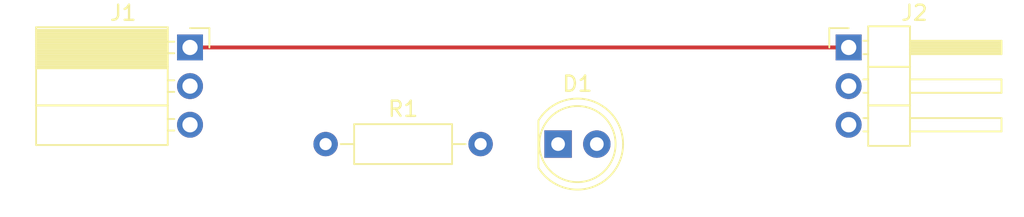
<source format=kicad_pcb>
(kicad_pcb (version 4) (host pcbnew 4.0.6)

  (general
    (links 6)
    (no_connects 5)
    (area 124.573619 102.111 191.980429 116.849)
    (thickness 1.5875)
    (drawings 0)
    (tracks 1)
    (zones 0)
    (modules 4)
    (nets 5)
  )

  (page USLetter)
  (layers
    (0 F.Cu signal)
    (31 B.Cu signal)
    (32 B.Adhes user)
    (33 F.Adhes user)
    (34 B.Paste user)
    (35 F.Paste user)
    (36 B.SilkS user)
    (37 F.SilkS user)
    (38 B.Mask user)
    (39 F.Mask user)
    (40 Dwgs.User user)
    (41 Cmts.User user)
    (42 Eco1.User user)
    (43 Eco2.User user)
    (44 Edge.Cuts user)
    (45 Margin user)
    (46 B.CrtYd user)
    (47 F.CrtYd user)
    (48 B.Fab user)
    (49 F.Fab user)
  )

  (setup
    (last_trace_width 0.254)
    (trace_clearance 0.254)
    (zone_clearance 0.508)
    (zone_45_only no)
    (trace_min 0.254)
    (segment_width 0.2)
    (edge_width 0.15)
    (via_size 0.635)
    (via_drill 0.381)
    (via_min_size 0.635)
    (via_min_drill 0.381)
    (uvia_size 0.635)
    (uvia_drill 0.381)
    (uvias_allowed no)
    (uvia_min_size 0.635)
    (uvia_min_drill 0.381)
    (pcb_text_width 0.3)
    (pcb_text_size 1.5 1.5)
    (mod_edge_width 0.15)
    (mod_text_size 1 1)
    (mod_text_width 0.15)
    (pad_size 1.524 1.524)
    (pad_drill 0.762)
    (pad_to_mask_clearance 0.2)
    (aux_axis_origin 0 0)
    (visible_elements FFFFFF7F)
    (pcbplotparams
      (layerselection 0x00030_80000001)
      (usegerberextensions false)
      (excludeedgelayer true)
      (linewidth 0.100000)
      (plotframeref false)
      (viasonmask false)
      (mode 1)
      (useauxorigin false)
      (hpglpennumber 1)
      (hpglpenspeed 20)
      (hpglpendiameter 15)
      (hpglpenoverlay 2)
      (psnegative false)
      (psa4output false)
      (plotreference true)
      (plotvalue true)
      (plotinvisibletext false)
      (padsonsilk false)
      (subtractmaskfromsilk false)
      (outputformat 1)
      (mirror false)
      (drillshape 1)
      (scaleselection 1)
      (outputdirectory ""))
  )

  (net 0 "")
  (net 1 "Net-(D1-Pad1)")
  (net 2 "Net-(D1-Pad2)")
  (net 3 GND)
  (net 4 +5V)

  (net_class Default "This is the default net class."
    (clearance 0.254)
    (trace_width 0.254)
    (via_dia 0.635)
    (via_drill 0.381)
    (uvia_dia 0.635)
    (uvia_drill 0.381)
    (add_net +5V)
    (add_net GND)
    (add_net "Net-(D1-Pad1)")
    (add_net "Net-(D1-Pad2)")
  )

  (module LEDs:LED_D5.0mm (layer F.Cu) (tedit 587A3A7B) (tstamp 5BD53F6A)
    (at 161.29 111.76)
    (descr "LED, diameter 5.0mm, 2 pins, http://cdn-reichelt.de/documents/datenblatt/A500/LL-504BC2E-009.pdf")
    (tags "LED diameter 5.0mm 2 pins")
    (path /5BD536AB)
    (fp_text reference D1 (at 1.27 -3.96) (layer F.SilkS)
      (effects (font (size 1 1) (thickness 0.15)))
    )
    (fp_text value LTL2R3KEK (at 1.27 3.96) (layer F.Fab)
      (effects (font (size 1 1) (thickness 0.15)))
    )
    (fp_arc (start 1.27 0) (end -1.23 -1.469694) (angle 299.1) (layer F.Fab) (width 0.1))
    (fp_arc (start 1.27 0) (end -1.29 -1.54483) (angle 148.9) (layer F.SilkS) (width 0.12))
    (fp_arc (start 1.27 0) (end -1.29 1.54483) (angle -148.9) (layer F.SilkS) (width 0.12))
    (fp_circle (center 1.27 0) (end 3.77 0) (layer F.Fab) (width 0.1))
    (fp_circle (center 1.27 0) (end 3.77 0) (layer F.SilkS) (width 0.12))
    (fp_line (start -1.23 -1.469694) (end -1.23 1.469694) (layer F.Fab) (width 0.1))
    (fp_line (start -1.29 -1.545) (end -1.29 1.545) (layer F.SilkS) (width 0.12))
    (fp_line (start -1.95 -3.25) (end -1.95 3.25) (layer F.CrtYd) (width 0.05))
    (fp_line (start -1.95 3.25) (end 4.5 3.25) (layer F.CrtYd) (width 0.05))
    (fp_line (start 4.5 3.25) (end 4.5 -3.25) (layer F.CrtYd) (width 0.05))
    (fp_line (start 4.5 -3.25) (end -1.95 -3.25) (layer F.CrtYd) (width 0.05))
    (pad 1 thru_hole rect (at 0 0) (size 1.8 1.8) (drill 0.9) (layers *.Cu *.Mask)
      (net 1 "Net-(D1-Pad1)"))
    (pad 2 thru_hole circle (at 2.54 0) (size 1.8 1.8) (drill 0.9) (layers *.Cu *.Mask)
      (net 2 "Net-(D1-Pad2)"))
    (model LEDs.3dshapes/LED_D5.0mm.wrl
      (at (xyz 0 0 0))
      (scale (xyz 0.393701 0.393701 0.393701))
      (rotate (xyz 0 0 0))
    )
  )

  (module Socket_Strips:Socket_Strip_Angled_1x03_Pitch2.54mm (layer F.Cu) (tedit 588DE956) (tstamp 5BD53F71)
    (at 137.16 105.41)
    (descr "Through hole angled socket strip, 1x03, 2.54mm pitch, 8.51mm socket length, single row")
    (tags "Through hole angled socket strip THT 1x03 2.54mm single row")
    (path /5BD283AF)
    (fp_text reference J1 (at -4.38 -2.27) (layer F.SilkS)
      (effects (font (size 1 1) (thickness 0.15)))
    )
    (fp_text value CONN_01X03_FEMALE (at -4.38 7.35) (layer F.Fab)
      (effects (font (size 1 1) (thickness 0.15)))
    )
    (fp_line (start -1.52 -1.27) (end -1.52 1.27) (layer F.Fab) (width 0.1))
    (fp_line (start -1.52 1.27) (end -10.03 1.27) (layer F.Fab) (width 0.1))
    (fp_line (start -10.03 1.27) (end -10.03 -1.27) (layer F.Fab) (width 0.1))
    (fp_line (start -10.03 -1.27) (end -1.52 -1.27) (layer F.Fab) (width 0.1))
    (fp_line (start 0 -0.32) (end 0 0.32) (layer F.Fab) (width 0.1))
    (fp_line (start 0 0.32) (end -1.52 0.32) (layer F.Fab) (width 0.1))
    (fp_line (start -1.52 0.32) (end -1.52 -0.32) (layer F.Fab) (width 0.1))
    (fp_line (start -1.52 -0.32) (end 0 -0.32) (layer F.Fab) (width 0.1))
    (fp_line (start -1.52 1.27) (end -1.52 3.81) (layer F.Fab) (width 0.1))
    (fp_line (start -1.52 3.81) (end -10.03 3.81) (layer F.Fab) (width 0.1))
    (fp_line (start -10.03 3.81) (end -10.03 1.27) (layer F.Fab) (width 0.1))
    (fp_line (start -10.03 1.27) (end -1.52 1.27) (layer F.Fab) (width 0.1))
    (fp_line (start 0 2.22) (end 0 2.86) (layer F.Fab) (width 0.1))
    (fp_line (start 0 2.86) (end -1.52 2.86) (layer F.Fab) (width 0.1))
    (fp_line (start -1.52 2.86) (end -1.52 2.22) (layer F.Fab) (width 0.1))
    (fp_line (start -1.52 2.22) (end 0 2.22) (layer F.Fab) (width 0.1))
    (fp_line (start -1.52 3.81) (end -1.52 6.35) (layer F.Fab) (width 0.1))
    (fp_line (start -1.52 6.35) (end -10.03 6.35) (layer F.Fab) (width 0.1))
    (fp_line (start -10.03 6.35) (end -10.03 3.81) (layer F.Fab) (width 0.1))
    (fp_line (start -10.03 3.81) (end -1.52 3.81) (layer F.Fab) (width 0.1))
    (fp_line (start 0 4.76) (end 0 5.4) (layer F.Fab) (width 0.1))
    (fp_line (start 0 5.4) (end -1.52 5.4) (layer F.Fab) (width 0.1))
    (fp_line (start -1.52 5.4) (end -1.52 4.76) (layer F.Fab) (width 0.1))
    (fp_line (start -1.52 4.76) (end 0 4.76) (layer F.Fab) (width 0.1))
    (fp_line (start -1.46 -1.33) (end -1.46 1.27) (layer F.SilkS) (width 0.12))
    (fp_line (start -1.46 1.27) (end -10.09 1.27) (layer F.SilkS) (width 0.12))
    (fp_line (start -10.09 1.27) (end -10.09 -1.33) (layer F.SilkS) (width 0.12))
    (fp_line (start -10.09 -1.33) (end -1.46 -1.33) (layer F.SilkS) (width 0.12))
    (fp_line (start -1.03 -0.38) (end -1.46 -0.38) (layer F.SilkS) (width 0.12))
    (fp_line (start -1.03 0.38) (end -1.46 0.38) (layer F.SilkS) (width 0.12))
    (fp_line (start -1.46 -1.15) (end -10.09 -1.15) (layer F.SilkS) (width 0.12))
    (fp_line (start -1.46 -1.03) (end -10.09 -1.03) (layer F.SilkS) (width 0.12))
    (fp_line (start -1.46 -0.91) (end -10.09 -0.91) (layer F.SilkS) (width 0.12))
    (fp_line (start -1.46 -0.79) (end -10.09 -0.79) (layer F.SilkS) (width 0.12))
    (fp_line (start -1.46 -0.67) (end -10.09 -0.67) (layer F.SilkS) (width 0.12))
    (fp_line (start -1.46 -0.55) (end -10.09 -0.55) (layer F.SilkS) (width 0.12))
    (fp_line (start -1.46 -0.43) (end -10.09 -0.43) (layer F.SilkS) (width 0.12))
    (fp_line (start -1.46 -0.31) (end -10.09 -0.31) (layer F.SilkS) (width 0.12))
    (fp_line (start -1.46 -0.19) (end -10.09 -0.19) (layer F.SilkS) (width 0.12))
    (fp_line (start -1.46 -0.07) (end -10.09 -0.07) (layer F.SilkS) (width 0.12))
    (fp_line (start -1.46 0.05) (end -10.09 0.05) (layer F.SilkS) (width 0.12))
    (fp_line (start -1.46 0.17) (end -10.09 0.17) (layer F.SilkS) (width 0.12))
    (fp_line (start -1.46 0.29) (end -10.09 0.29) (layer F.SilkS) (width 0.12))
    (fp_line (start -1.46 0.41) (end -10.09 0.41) (layer F.SilkS) (width 0.12))
    (fp_line (start -1.46 0.53) (end -10.09 0.53) (layer F.SilkS) (width 0.12))
    (fp_line (start -1.46 0.65) (end -10.09 0.65) (layer F.SilkS) (width 0.12))
    (fp_line (start -1.46 0.77) (end -10.09 0.77) (layer F.SilkS) (width 0.12))
    (fp_line (start -1.46 0.89) (end -10.09 0.89) (layer F.SilkS) (width 0.12))
    (fp_line (start -1.46 1.01) (end -10.09 1.01) (layer F.SilkS) (width 0.12))
    (fp_line (start -1.46 1.13) (end -10.09 1.13) (layer F.SilkS) (width 0.12))
    (fp_line (start -1.46 1.25) (end -10.09 1.25) (layer F.SilkS) (width 0.12))
    (fp_line (start -1.46 1.37) (end -10.09 1.37) (layer F.SilkS) (width 0.12))
    (fp_line (start -1.46 1.27) (end -1.46 3.81) (layer F.SilkS) (width 0.12))
    (fp_line (start -1.46 3.81) (end -10.09 3.81) (layer F.SilkS) (width 0.12))
    (fp_line (start -10.09 3.81) (end -10.09 1.27) (layer F.SilkS) (width 0.12))
    (fp_line (start -10.09 1.27) (end -1.46 1.27) (layer F.SilkS) (width 0.12))
    (fp_line (start -1.03 2.16) (end -1.46 2.16) (layer F.SilkS) (width 0.12))
    (fp_line (start -1.03 2.92) (end -1.46 2.92) (layer F.SilkS) (width 0.12))
    (fp_line (start -1.46 3.81) (end -1.46 6.41) (layer F.SilkS) (width 0.12))
    (fp_line (start -1.46 6.41) (end -10.09 6.41) (layer F.SilkS) (width 0.12))
    (fp_line (start -10.09 6.41) (end -10.09 3.81) (layer F.SilkS) (width 0.12))
    (fp_line (start -10.09 3.81) (end -1.46 3.81) (layer F.SilkS) (width 0.12))
    (fp_line (start -1.03 4.7) (end -1.46 4.7) (layer F.SilkS) (width 0.12))
    (fp_line (start -1.03 5.46) (end -1.46 5.46) (layer F.SilkS) (width 0.12))
    (fp_line (start 0 -1.27) (end 1.27 -1.27) (layer F.SilkS) (width 0.12))
    (fp_line (start 1.27 -1.27) (end 1.27 0) (layer F.SilkS) (width 0.12))
    (fp_line (start 1.55 -1.55) (end 1.55 6.6) (layer F.CrtYd) (width 0.05))
    (fp_line (start 1.55 6.6) (end -10.3 6.6) (layer F.CrtYd) (width 0.05))
    (fp_line (start -10.3 6.6) (end -10.3 -1.55) (layer F.CrtYd) (width 0.05))
    (fp_line (start -10.3 -1.55) (end 1.55 -1.55) (layer F.CrtYd) (width 0.05))
    (pad 1 thru_hole rect (at 0 0) (size 1.7 1.7) (drill 1) (layers *.Cu *.Mask)
      (net 3 GND))
    (pad 2 thru_hole oval (at 0 2.54) (size 1.7 1.7) (drill 1) (layers *.Cu *.Mask)
      (net 2 "Net-(D1-Pad2)"))
    (pad 3 thru_hole oval (at 0 5.08) (size 1.7 1.7) (drill 1) (layers *.Cu *.Mask)
      (net 4 +5V))
    (model Socket_Strips.3dshapes/Socket_Strip_Angled_1x03_Pitch2.54mm.wrl
      (at (xyz 0 -0.1 0))
      (scale (xyz 1 1 1))
      (rotate (xyz 0 0 270))
    )
  )

  (module Pin_Headers:Pin_Header_Angled_1x03_Pitch2.54mm (layer F.Cu) (tedit 5862ED52) (tstamp 5BD53F78)
    (at 180.34 105.41)
    (descr "Through hole angled pin header, 1x03, 2.54mm pitch, 6mm pin length, single row")
    (tags "Through hole angled pin header THT 1x03 2.54mm single row")
    (path /5BD28790)
    (fp_text reference J2 (at 4.315 -2.27) (layer F.SilkS)
      (effects (font (size 1 1) (thickness 0.15)))
    )
    (fp_text value CONN_01X03_MALE (at 4.315 7.35) (layer F.Fab)
      (effects (font (size 1 1) (thickness 0.15)))
    )
    (fp_line (start 1.4 -1.27) (end 1.4 1.27) (layer F.Fab) (width 0.1))
    (fp_line (start 1.4 1.27) (end 3.9 1.27) (layer F.Fab) (width 0.1))
    (fp_line (start 3.9 1.27) (end 3.9 -1.27) (layer F.Fab) (width 0.1))
    (fp_line (start 3.9 -1.27) (end 1.4 -1.27) (layer F.Fab) (width 0.1))
    (fp_line (start 0 -0.32) (end 0 0.32) (layer F.Fab) (width 0.1))
    (fp_line (start 0 0.32) (end 9.9 0.32) (layer F.Fab) (width 0.1))
    (fp_line (start 9.9 0.32) (end 9.9 -0.32) (layer F.Fab) (width 0.1))
    (fp_line (start 9.9 -0.32) (end 0 -0.32) (layer F.Fab) (width 0.1))
    (fp_line (start 1.4 1.27) (end 1.4 3.81) (layer F.Fab) (width 0.1))
    (fp_line (start 1.4 3.81) (end 3.9 3.81) (layer F.Fab) (width 0.1))
    (fp_line (start 3.9 3.81) (end 3.9 1.27) (layer F.Fab) (width 0.1))
    (fp_line (start 3.9 1.27) (end 1.4 1.27) (layer F.Fab) (width 0.1))
    (fp_line (start 0 2.22) (end 0 2.86) (layer F.Fab) (width 0.1))
    (fp_line (start 0 2.86) (end 9.9 2.86) (layer F.Fab) (width 0.1))
    (fp_line (start 9.9 2.86) (end 9.9 2.22) (layer F.Fab) (width 0.1))
    (fp_line (start 9.9 2.22) (end 0 2.22) (layer F.Fab) (width 0.1))
    (fp_line (start 1.4 3.81) (end 1.4 6.35) (layer F.Fab) (width 0.1))
    (fp_line (start 1.4 6.35) (end 3.9 6.35) (layer F.Fab) (width 0.1))
    (fp_line (start 3.9 6.35) (end 3.9 3.81) (layer F.Fab) (width 0.1))
    (fp_line (start 3.9 3.81) (end 1.4 3.81) (layer F.Fab) (width 0.1))
    (fp_line (start 0 4.76) (end 0 5.4) (layer F.Fab) (width 0.1))
    (fp_line (start 0 5.4) (end 9.9 5.4) (layer F.Fab) (width 0.1))
    (fp_line (start 9.9 5.4) (end 9.9 4.76) (layer F.Fab) (width 0.1))
    (fp_line (start 9.9 4.76) (end 0 4.76) (layer F.Fab) (width 0.1))
    (fp_line (start 1.28 -1.39) (end 1.28 1.27) (layer F.SilkS) (width 0.12))
    (fp_line (start 1.28 1.27) (end 4.02 1.27) (layer F.SilkS) (width 0.12))
    (fp_line (start 4.02 1.27) (end 4.02 -1.39) (layer F.SilkS) (width 0.12))
    (fp_line (start 4.02 -1.39) (end 1.28 -1.39) (layer F.SilkS) (width 0.12))
    (fp_line (start 4.02 -0.44) (end 4.02 0.44) (layer F.SilkS) (width 0.12))
    (fp_line (start 4.02 0.44) (end 10.02 0.44) (layer F.SilkS) (width 0.12))
    (fp_line (start 10.02 0.44) (end 10.02 -0.44) (layer F.SilkS) (width 0.12))
    (fp_line (start 10.02 -0.44) (end 4.02 -0.44) (layer F.SilkS) (width 0.12))
    (fp_line (start 0.97 -0.44) (end 1.28 -0.44) (layer F.SilkS) (width 0.12))
    (fp_line (start 0.97 0.44) (end 1.28 0.44) (layer F.SilkS) (width 0.12))
    (fp_line (start 4.02 -0.32) (end 10.02 -0.32) (layer F.SilkS) (width 0.12))
    (fp_line (start 4.02 -0.2) (end 10.02 -0.2) (layer F.SilkS) (width 0.12))
    (fp_line (start 4.02 -0.08) (end 10.02 -0.08) (layer F.SilkS) (width 0.12))
    (fp_line (start 4.02 0.04) (end 10.02 0.04) (layer F.SilkS) (width 0.12))
    (fp_line (start 4.02 0.16) (end 10.02 0.16) (layer F.SilkS) (width 0.12))
    (fp_line (start 4.02 0.28) (end 10.02 0.28) (layer F.SilkS) (width 0.12))
    (fp_line (start 4.02 0.4) (end 10.02 0.4) (layer F.SilkS) (width 0.12))
    (fp_line (start 1.28 1.27) (end 1.28 3.81) (layer F.SilkS) (width 0.12))
    (fp_line (start 1.28 3.81) (end 4.02 3.81) (layer F.SilkS) (width 0.12))
    (fp_line (start 4.02 3.81) (end 4.02 1.27) (layer F.SilkS) (width 0.12))
    (fp_line (start 4.02 1.27) (end 1.28 1.27) (layer F.SilkS) (width 0.12))
    (fp_line (start 4.02 2.1) (end 4.02 2.98) (layer F.SilkS) (width 0.12))
    (fp_line (start 4.02 2.98) (end 10.02 2.98) (layer F.SilkS) (width 0.12))
    (fp_line (start 10.02 2.98) (end 10.02 2.1) (layer F.SilkS) (width 0.12))
    (fp_line (start 10.02 2.1) (end 4.02 2.1) (layer F.SilkS) (width 0.12))
    (fp_line (start 0.97 2.1) (end 1.28 2.1) (layer F.SilkS) (width 0.12))
    (fp_line (start 0.97 2.98) (end 1.28 2.98) (layer F.SilkS) (width 0.12))
    (fp_line (start 1.28 3.81) (end 1.28 6.47) (layer F.SilkS) (width 0.12))
    (fp_line (start 1.28 6.47) (end 4.02 6.47) (layer F.SilkS) (width 0.12))
    (fp_line (start 4.02 6.47) (end 4.02 3.81) (layer F.SilkS) (width 0.12))
    (fp_line (start 4.02 3.81) (end 1.28 3.81) (layer F.SilkS) (width 0.12))
    (fp_line (start 4.02 4.64) (end 4.02 5.52) (layer F.SilkS) (width 0.12))
    (fp_line (start 4.02 5.52) (end 10.02 5.52) (layer F.SilkS) (width 0.12))
    (fp_line (start 10.02 5.52) (end 10.02 4.64) (layer F.SilkS) (width 0.12))
    (fp_line (start 10.02 4.64) (end 4.02 4.64) (layer F.SilkS) (width 0.12))
    (fp_line (start 0.97 4.64) (end 1.28 4.64) (layer F.SilkS) (width 0.12))
    (fp_line (start 0.97 5.52) (end 1.28 5.52) (layer F.SilkS) (width 0.12))
    (fp_line (start -1.27 0) (end -1.27 -1.27) (layer F.SilkS) (width 0.12))
    (fp_line (start -1.27 -1.27) (end 0 -1.27) (layer F.SilkS) (width 0.12))
    (fp_line (start -1.6 -1.6) (end -1.6 6.6) (layer F.CrtYd) (width 0.05))
    (fp_line (start -1.6 6.6) (end 10.2 6.6) (layer F.CrtYd) (width 0.05))
    (fp_line (start 10.2 6.6) (end 10.2 -1.6) (layer F.CrtYd) (width 0.05))
    (fp_line (start 10.2 -1.6) (end -1.6 -1.6) (layer F.CrtYd) (width 0.05))
    (pad 1 thru_hole rect (at 0 0) (size 1.7 1.7) (drill 1) (layers *.Cu *.Mask)
      (net 3 GND))
    (pad 2 thru_hole oval (at 0 2.54) (size 1.7 1.7) (drill 1) (layers *.Cu *.Mask)
      (net 2 "Net-(D1-Pad2)"))
    (pad 3 thru_hole oval (at 0 5.08) (size 1.7 1.7) (drill 1) (layers *.Cu *.Mask)
      (net 4 +5V))
    (model Pin_Headers.3dshapes/Pin_Header_Angled_1x03_Pitch2.54mm.wrl
      (at (xyz 0 -0.1 0))
      (scale (xyz 1 1 1))
      (rotate (xyz 0 0 90))
    )
  )

  (module Resistors_THT:R_Axial_DIN0207_L6.3mm_D2.5mm_P10.16mm_Horizontal (layer F.Cu) (tedit 5874F706) (tstamp 5BD53F7E)
    (at 146.05 111.76)
    (descr "Resistor, Axial_DIN0207 series, Axial, Horizontal, pin pitch=10.16mm, 0.25W = 1/4W, length*diameter=6.3*2.5mm^2, http://cdn-reichelt.de/documents/datenblatt/B400/1_4W%23YAG.pdf")
    (tags "Resistor Axial_DIN0207 series Axial Horizontal pin pitch 10.16mm 0.25W = 1/4W length 6.3mm diameter 2.5mm")
    (path /5BD5389A)
    (fp_text reference R1 (at 5.08 -2.31) (layer F.SilkS)
      (effects (font (size 1 1) (thickness 0.15)))
    )
    (fp_text value 2.2K (at 5.08 2.31) (layer F.Fab)
      (effects (font (size 1 1) (thickness 0.15)))
    )
    (fp_line (start 1.93 -1.25) (end 1.93 1.25) (layer F.Fab) (width 0.1))
    (fp_line (start 1.93 1.25) (end 8.23 1.25) (layer F.Fab) (width 0.1))
    (fp_line (start 8.23 1.25) (end 8.23 -1.25) (layer F.Fab) (width 0.1))
    (fp_line (start 8.23 -1.25) (end 1.93 -1.25) (layer F.Fab) (width 0.1))
    (fp_line (start 0 0) (end 1.93 0) (layer F.Fab) (width 0.1))
    (fp_line (start 10.16 0) (end 8.23 0) (layer F.Fab) (width 0.1))
    (fp_line (start 1.87 -1.31) (end 1.87 1.31) (layer F.SilkS) (width 0.12))
    (fp_line (start 1.87 1.31) (end 8.29 1.31) (layer F.SilkS) (width 0.12))
    (fp_line (start 8.29 1.31) (end 8.29 -1.31) (layer F.SilkS) (width 0.12))
    (fp_line (start 8.29 -1.31) (end 1.87 -1.31) (layer F.SilkS) (width 0.12))
    (fp_line (start 0.98 0) (end 1.87 0) (layer F.SilkS) (width 0.12))
    (fp_line (start 9.18 0) (end 8.29 0) (layer F.SilkS) (width 0.12))
    (fp_line (start -1.05 -1.6) (end -1.05 1.6) (layer F.CrtYd) (width 0.05))
    (fp_line (start -1.05 1.6) (end 11.25 1.6) (layer F.CrtYd) (width 0.05))
    (fp_line (start 11.25 1.6) (end 11.25 -1.6) (layer F.CrtYd) (width 0.05))
    (fp_line (start 11.25 -1.6) (end -1.05 -1.6) (layer F.CrtYd) (width 0.05))
    (pad 1 thru_hole circle (at 0 0) (size 1.6 1.6) (drill 0.8) (layers *.Cu *.Mask)
      (net 4 +5V))
    (pad 2 thru_hole oval (at 10.16 0) (size 1.6 1.6) (drill 0.8) (layers *.Cu *.Mask)
      (net 1 "Net-(D1-Pad1)"))
    (model Resistors_THT.3dshapes/R_Axial_DIN0207_L6.3mm_D2.5mm_P10.16mm_Horizontal.wrl
      (at (xyz 0 0 0))
      (scale (xyz 0.393701 0.393701 0.393701))
      (rotate (xyz 0 0 0))
    )
  )

  (segment (start 137.16 105.41) (end 180.34 105.41) (width 0.254) (layer F.Cu) (net 3) (status C00000))

)

</source>
